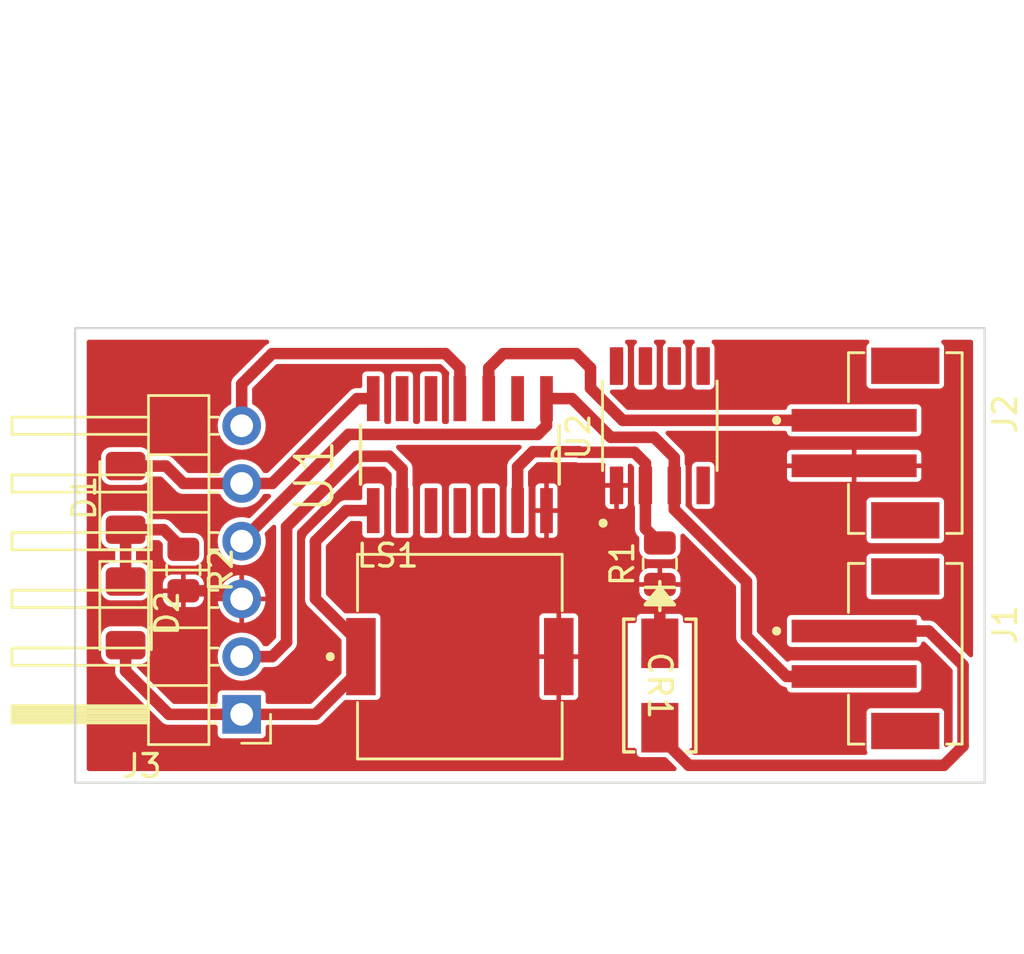
<source format=kicad_pcb>
(kicad_pcb (version 20221018) (generator pcbnew)
  (layers (0 "F.Cu" signal) (31 "B.Cu" signal) (34 "B.Paste" user) (35 "F.Paste" user) (36 "B.SilkS" user "B.Silkscreen") (37 "F.SilkS" user "F.Silkscreen") (38 "B.Mask" user) (39 "F.Mask" user) (44 "Edge.Cuts" user))
  (net 0 "")
  (net 1 "GND")
  (net 2 "/VCC")
  (net 3 "/M1")
  (net 4 "/MISO")
  (net 5 "/SCK")
  (net 6 "/MOSI")
  (net 7 "/RST")
  (net 9 "/LED1")
  (net 10 "/LED2")
  (net 14 "/AMB")
  (net 15 "Net-(CR1-Pad2)")
  (net 16 "Net-(D1-K)")
  (footprint "LED_SMD:LED_1206_3216Metric" (layer "F.Cu") (at 143.2 93.84 90)
    (fp_text reference "D1" (at 0 -1.82 90) (layer "F.SilkS"))
    (fp_text value "LED")
    (fp_line (start -2.285 -1.135) (end -2.285 1.135) (stroke (width 0.12)) (layer "F.SilkS"))
    (fp_line (start -2.285 1.135) (end 1.6 1.135) (stroke (width 0.12)) (layer "F.SilkS"))
    (fp_line (start 1.6 -1.135) (end -2.285 -1.135) (stroke (width 0.12)) (layer "F.SilkS"))
    (pad "1" smd roundrect (at -1.4 0 90) (size 1.25 1.75) (layers "F.Cu" "F.Paste" "F.Mask") (roundrect_rratio 0.2) (net 16 "Net-(D1-K)"))
    (pad "2" smd roundrect (at 1.4 0 90) (size 1.25 1.75) (layers "F.Cu" "F.Paste" "F.Mask") (roundrect_rratio 0.2) (net 6 "/MOSI"))
  )
  (footprint "Library:SOIC127P599X175-8N" (layer "F.Cu") (at 166.695 90.665 90)
    (fp_text reference "U2" (at -0.48 -3.582 90) (layer "F.SilkS"))
    (fp_text value "MLX75305KXD-AAA-000-RE")
    (fp_line (start -1.97 -2.52) (end 1.97 -2.52) (stroke (width 0.127)) (layer "F.SilkS"))
    (fp_line (start -1.97 2.52) (end 1.97 2.52) (stroke (width 0.127)) (layer "F.SilkS"))
    (fp_circle (center -4.285 -2.495) (end -4.185 -2.495) (stroke (width 0.2)) (fill none) (layer "F.SilkS"))
    (pad "1" smd roundrect (at -2.625 -1.905 90) (size 1.66 0.59) (layers "F.Cu" "F.Paste" "F.Mask") (roundrect_rratio 0.07) (net 1 "GND"))
    (pad "2" smd roundrect (at -2.625 -0.635 90) (size 1.66 0.59) (layers "F.Cu" "F.Paste" "F.Mask") (roundrect_rratio 0.07) (net 14 "/AMB"))
    (pad "3" smd roundrect (at -2.625 0.635 90) (size 1.66 0.59) (layers "F.Cu" "F.Paste" "F.Mask") (roundrect_rratio 0.07) (net 2 "/VCC"))
    (pad "4" smd roundrect (at -2.625 1.905 90) (size 1.66 0.59) (layers "F.Cu" "F.Paste" "F.Mask") (roundrect_rratio 0.07))
    (pad "5" smd roundrect (at 2.625 1.905 90) (size 1.66 0.59) (layers "F.Cu" "F.Paste" "F.Mask") (roundrect_rratio 0.07))
    (pad "6" smd roundrect (at 2.625 0.635 90) (size 1.66 0.59) (layers "F.Cu" "F.Paste" "F.Mask") (roundrect_rratio 0.07))
    (pad "7" smd roundrect (at 2.625 -0.635 90) (size 1.66 0.59) (layers "F.Cu" "F.Paste" "F.Mask") (roundrect_rratio 0.07))
    (pad "8" smd roundrect (at 2.625 -1.905 90) (size 1.66 0.59) (layers "F.Cu" "F.Paste" "F.Mask") (roundrect_rratio 0.07))
  )
  (footprint "LED_SMD:LED_1206_3216Metric" (layer "F.Cu") (at 143.2 98.92 -90)
    (fp_text reference "D2" (at 0 -1.82 90) (layer "F.SilkS"))
    (fp_text value "LED")
    (fp_line (start -2.285 -1.135) (end -2.285 1.135) (stroke (width 0.12)) (layer "F.SilkS"))
    (fp_line (start -2.285 1.135) (end 1.6 1.135) (stroke (width 0.12)) (layer "F.SilkS"))
    (fp_line (start 1.6 -1.135) (end -2.285 -1.135) (stroke (width 0.12)) (layer "F.SilkS"))
    (pad "1" smd roundrect (at -1.4 0 270) (size 1.25 1.75) (layers "F.Cu" "F.Paste" "F.Mask") (roundrect_rratio 0.2) (net 16 "Net-(D1-K)"))
    (pad "2" smd roundrect (at 1.4 0 270) (size 1.25 1.75) (layers "F.Cu" "F.Paste" "F.Mask") (roundrect_rratio 0.2) (net 4 "/MISO"))
  )
  (footprint "Connector_PinHeader_2.54mm:PinHeader_1x06_P2.54mm_Horizontal" (layer "F.Cu") (at 148.305 103.365 180)
    (fp_text reference "J3" (at 4.385 -2.27) (layer "F.SilkS"))
    (fp_text value "Conn_01x06_Pin")
    (fp_line (start -1.27 -1.27) (end 0 -1.27) (stroke (width 0.12)) (layer "F.SilkS"))
    (fp_line (start -1.27 0) (end -1.27 -1.27) (stroke (width 0.12)) (layer "F.SilkS"))
    (fp_line (start 1.042929 2.16) (end 1.44 2.16) (stroke (width 0.12)) (layer "F.SilkS"))
    (fp_line (start 1.042929 2.92) (end 1.44 2.92) (stroke (width 0.12)) (layer "F.SilkS"))
    (fp_line (start 1.042929 4.7) (end 1.44 4.7) (stroke (width 0.12)) (layer "F.SilkS"))
    (fp_line (start 1.042929 5.46) (end 1.44 5.46) (stroke (width 0.12)) (layer "F.SilkS"))
    (fp_line (start 1.042929 7.24) (end 1.44 7.24) (stroke (width 0.12)) (layer "F.SilkS"))
    (fp_line (start 1.042929 8) (end 1.44 8) (stroke (width 0.12)) (layer "F.SilkS"))
    (fp_line (start 1.042929 9.78) (end 1.44 9.78) (stroke (width 0.12)) (layer "F.SilkS"))
    (fp_line (start 1.042929 10.54) (end 1.44 10.54) (stroke (width 0.12)) (layer "F.SilkS"))
    (fp_line (start 1.042929 12.32) (end 1.44 12.32) (stroke (width 0.12)) (layer "F.SilkS"))
    (fp_line (start 1.042929 13.08) (end 1.44 13.08) (stroke (width 0.12)) (layer "F.SilkS"))
    (fp_line (start 1.11 -0.38) (end 1.44 -0.38) (stroke (width 0.12)) (layer "F.SilkS"))
    (fp_line (start 1.11 0.38) (end 1.44 0.38) (stroke (width 0.12)) (layer "F.SilkS"))
    (fp_line (start 1.44 -1.33) (end 1.44 14.03) (stroke (width 0.12)) (layer "F.SilkS"))
    (fp_line (start 1.44 1.27) (end 4.1 1.27) (stroke (width 0.12)) (layer "F.SilkS"))
    (fp_line (start 1.44 3.81) (end 4.1 3.81) (stroke (width 0.12)) (layer "F.SilkS"))
    (fp_line (start 1.44 6.35) (end 4.1 6.35) (stroke (width 0.12)) (layer "F.SilkS"))
    (fp_line (start 1.44 8.89) (end 4.1 8.89) (stroke (width 0.12)) (layer "F.SilkS"))
    (fp_line (start 1.44 11.43) (end 4.1 11.43) (stroke (width 0.12)) (layer "F.SilkS"))
    (fp_line (start 1.44 14.03) (end 4.1 14.03) (stroke (width 0.12)) (layer "F.SilkS"))
    (fp_line (start 4.1 -1.33) (end 1.44 -1.33) (stroke (width 0.12)) (layer "F.SilkS"))
    (fp_line (start 4.1 -0.38) (end 10.1 -0.38) (stroke (width 0.12)) (layer "F.SilkS"))
    (fp_line (start 4.1 -0.32) (end 10.1 -0.32) (stroke (width 0.12)) (layer "F.SilkS"))
    (fp_line (start 4.1 -0.2) (end 10.1 -0.2) (stroke (width 0.12)) (layer "F.SilkS"))
    (fp_line (start 4.1 -0.08) (end 10.1 -0.08) (stroke (width 0.12)) (layer "F.SilkS"))
    (fp_line (start 4.1 0.04) (end 10.1 0.04) (stroke (width 0.12)) (layer "F.SilkS"))
    (fp_line (start 4.1 0.16) (end 10.1 0.16) (stroke (width 0.12)) (layer "F.SilkS"))
    (fp_line (start 4.1 0.28) (end 10.1 0.28) (stroke (width 0.12)) (layer "F.SilkS"))
    (fp_line (start 4.1 2.16) (end 10.1 2.16) (stroke (width 0.12)) (layer "F.SilkS"))
    (fp_line (start 4.1 4.7) (end 10.1 4.7) (stroke (width 0.12)) (layer "F.SilkS"))
    (fp_line (start 4.1 7.24) (end 10.1 7.24) (stroke (width 0.12)) (layer "F.SilkS"))
    (fp_line (start 4.1 9.78) (end 10.1 9.78) (stroke (width 0.12)) (layer "F.SilkS"))
    (fp_line (start 4.1 12.32) (end 10.1 12.32) (stroke (width 0.12)) (layer "F.SilkS"))
    (fp_line (start 4.1 14.03) (end 4.1 -1.33) (stroke (width 0.12)) (layer "F.SilkS"))
    (fp_line (start 10.1 -0.38) (end 10.1 0.38) (stroke (width 0.12)) (layer "F.SilkS"))
    (fp_line (start 10.1 0.38) (end 4.1 0.38) (stroke (width 0.12)) (layer "F.SilkS"))
    (fp_line (start 10.1 2.16) (end 10.1 2.92) (stroke (width 0.12)) (layer "F.SilkS"))
    (fp_line (start 10.1 2.92) (end 4.1 2.92) (stroke (width 0.12)) (layer "F.SilkS"))
    (fp_line (start 10.1 4.7) (end 10.1 5.46) (stroke (width 0.12)) (layer "F.SilkS"))
    (fp_line (start 10.1 5.46) (end 4.1 5.46) (stroke (width 0.12)) (layer "F.SilkS"))
    (fp_line (start 10.1 7.24) (end 10.1 8) (stroke (width 0.12)) (layer "F.SilkS"))
    (fp_line (start 10.1 8) (end 4.1 8) (stroke (width 0.12)) (layer "F.SilkS"))
    (fp_line (start 10.1 9.78) (end 10.1 10.54) (stroke (width 0.12)) (layer "F.SilkS"))
    (fp_line (start 10.1 10.54) (end 4.1 10.54) (stroke (width 0.12)) (layer "F.SilkS"))
    (fp_line (start 10.1 12.32) (end 10.1 13.08) (stroke (width 0.12)) (layer "F.SilkS"))
    (fp_line (start 10.1 13.08) (end 4.1 13.08) (stroke (width 0.12)) (layer "F.SilkS"))
    (pad "1" thru_hole rect (at 0 0 180) (size 1.7 1.7) (drill 1) (layers "*.Cu" "*.Mask") (net 4 "/MISO"))
    (pad "2" thru_hole oval (at 0 2.54 180) (size 1.7 1.7) (drill 1) (layers "*.Cu" "*.Mask") (net 5 "/SCK"))
    (pad "3" thru_hole oval (at 0 5.08 180) (size 1.7 1.7) (drill 1) (layers "*.Cu" "*.Mask") (net 1 "GND"))
    (pad "4" thru_hole oval (at 0 7.62 180) (size 1.7 1.7) (drill 1) (layers "*.Cu" "*.Mask") (net 2 "/VCC"))
    (pad "5" thru_hole oval (at 0 10.16 180) (size 1.7 1.7) (drill 1) (layers "*.Cu" "*.Mask") (net 6 "/MOSI"))
    (pad "6" thru_hole oval (at 0 12.7 180) (size 1.7 1.7) (drill 1) (layers "*.Cu" "*.Mask") (net 7 "/RST"))
  )
  (footprint "Library:JST_B2B-PH-SM4-TB" (layer "F.Cu") (at 177.49 100.698 -90)
    (fp_text reference "J1" (at -1.275 -4.385 90) (layer "F.SilkS"))
    (fp_text value "B2B-PH-SM4-TB")
    (fp_line (start -3.975 -2.5) (end 3.975 -2.5) (stroke (width 0.127)) (layer "F.SilkS"))
    (fp_line (start -3.975 -1.82) (end -3.975 -2.5) (stroke (width 0.127)) (layer "F.SilkS"))
    (fp_line (start -3.975 2.5) (end -3.975 1.82) (stroke (width 0.127)) (layer "F.SilkS"))
    (fp_line (start -1.82 2.5) (end -3.975 2.5) (stroke (width 0.127)) (layer "F.SilkS"))
    (fp_line (start 3.975 -2.5) (end 3.975 -1.82) (stroke (width 0.127)) (layer "F.SilkS"))
    (fp_line (start 3.975 2.5) (end 1.82 2.5) (stroke (width 0.127)) (layer "F.SilkS"))
    (fp_line (start 3.975 2.5) (end 3.975 1.82) (stroke (width 0.127)) (layer "F.SilkS"))
    (fp_circle (center -1 5.66) (end -0.9 5.66) (stroke (width 0.2)) (fill none) (layer "F.SilkS"))
    (pad "1" smd rect (at -1 2.25 270) (size 1 5.5) (layers "F.Cu" "F.Paste" "F.Mask") (net 15 "Net-(CR1-Pad2)"))
    (pad "2" smd rect (at 1 2.25 270) (size 1 5.5) (layers "F.Cu" "F.Paste" "F.Mask") (net 2 "/VCC"))
    (pad "S1" smd rect (at -3.4 0 270) (size 1.6 3) (layers "F.Cu" "F.Paste" "F.Mask"))
    (pad "S2" smd rect (at 3.4 0 270) (size 1.6 3) (layers "F.Cu" "F.Paste" "F.Mask"))
  )
  (footprint "Library:SOIC127P600X175-14N" (layer "F.Cu") (at 157.9 91.935 -90)
    (fp_text reference "U1" (at 0.941555 6.387375 90) (layer "F.SilkS") (effects (font (size 1.643079 1.643079))))
    (fp_text value "ATTINY84A-SSUR")
    (fp_line (start -1.2954 4.3688) (end 1.2954 4.3688) (stroke (width 0.1524)) (layer "F.SilkS"))
    (fp_line (start -0.3048 -4.3688) (end -1.2954 -4.3688) (stroke (width 0.1524)) (layer "F.SilkS"))
    (fp_line (start 0.3048 -4.3688) (end -0.3048 -4.3688) (stroke (width 0.1524)) (layer "F.SilkS"))
    (fp_line (start 1.2954 -4.3688) (end 0.3048 -4.3688) (stroke (width 0.1524)) (layer "F.SilkS"))
    (fp_arc (start 0.3048 -4.3688) (mid 0 -4.064) (end -0.3048 -4.3688) (stroke (width 0.1524)) (layer "F.SilkS"))
    (pad "1" smd rect (at -2.4638 -3.81 270) (size 1.9812 0.5588) (layers "F.Cu" "F.Paste" "F.Mask") (net 2 "/VCC"))
    (pad "2" smd rect (at -2.4638 -2.54 270) (size 1.9812 0.5588) (layers "F.Cu" "F.Paste" "F.Mask"))
    (pad "3" smd rect (at -2.4638 -1.27 270) (size 1.9812 0.5588) (layers "F.Cu" "F.Paste" "F.Mask") (net 3 "/M1"))
    (pad "4" smd rect (at -2.4638 0 270) (size 1.9812 0.5588) (layers "F.Cu" "F.Paste" "F.Mask") (net 7 "/RST"))
    (pad "5" smd rect (at -2.4638 1.27 270) (size 1.9812 0.5588) (layers "F.Cu" "F.Paste" "F.Mask") (net 9 "/LED1"))
    (pad "6" smd rect (at -2.4638 2.54 270) (size 1.9812 0.5588) (layers "F.Cu" "F.Paste" "F.Mask") (net 10 "/LED2"))
    (pad "7" smd rect (at -2.4638 3.81 270) (size 1.9812 0.5588) (layers "F.Cu" "F.Paste" "F.Mask") (net 6 "/MOSI"))
    (pad "8" smd rect (at 2.4638 3.81 270) (size 1.9812 0.5588) (layers "F.Cu" "F.Paste" "F.Mask") (net 4 "/MISO"))
    (pad "9" smd rect (at 2.4638 2.54 270) (size 1.9812 0.5588) (layers "F.Cu" "F.Paste" "F.Mask") (net 5 "/SCK"))
    (pad "10" smd rect (at 2.4638 1.27 270) (size 1.9812 0.5588) (layers "F.Cu" "F.Paste" "F.Mask"))
    (pad "11" smd rect (at 2.4638 0 270) (size 1.9812 0.5588) (layers "F.Cu" "F.Paste" "F.Mask"))
    (pad "12" smd rect (at 2.4638 -1.27 270) (size 1.9812 0.5588) (layers "F.Cu" "F.Paste" "F.Mask"))
    (pad "13" smd rect (at 2.4638 -2.54 270) (size 1.9812 0.5588) (layers "F.Cu" "F.Paste" "F.Mask") (net 14 "/AMB"))
    (pad "14" smd rect (at 2.4638 -3.81 270) (size 1.9812 0.5588) (layers "F.Cu" "F.Paste" "F.Mask") (net 1 "GND"))
  )
  (footprint "Resistor_SMD:R_0805_2012Metric" (layer "F.Cu") (at 145.74 97.015 -90)
    (fp_text reference "R2" (at 0 -1.65 90) (layer "F.SilkS"))
    (fp_text value "R")
    (fp_line (start -0.227064 -0.735) (end 0.227064 -0.735) (stroke (width 0.12)) (layer "F.SilkS"))
    (fp_line (start -0.227064 0.735) (end 0.227064 0.735) (stroke (width 0.12)) (layer "F.SilkS"))
    (pad "1" smd roundrect (at -0.9125 0 270) (size 1.025 1.4) (layers "F.Cu" "F.Paste" "F.Mask") (roundrect_rratio 0.243902) (net 16 "Net-(D1-K)"))
    (pad "2" smd roundrect (at 0.9125 0 270) (size 1.025 1.4) (layers "F.Cu" "F.Paste" "F.Mask") (roundrect_rratio 0.243902) (net 1 "GND"))
  )
  (footprint "Library:SPKR_PKMCS0909E4000-R1" (layer "F.Cu") (at 157.9 100.825)
    (fp_text reference "LS1" (at -3.175 -4.445) (layer "F.SilkS"))
    (fp_text value "PKMCS0909E4000-R1")
    (fp_line (start -4.5 -4.5) (end 4.5 -4.5) (stroke (width 0.127)) (layer "F.SilkS"))
    (fp_line (start -4.5 -2.02) (end -4.5 -4.5) (stroke (width 0.127)) (layer "F.SilkS"))
    (fp_line (start -4.5 4.5) (end -4.5 2.02) (stroke (width 0.127)) (layer "F.SilkS"))
    (fp_line (start 4.5 -4.5) (end 4.5 -2.02) (stroke (width 0.127)) (layer "F.SilkS"))
    (fp_line (start 4.5 2.02) (end 4.5 4.5) (stroke (width 0.127)) (layer "F.SilkS"))
    (fp_line (start 4.5 4.5) (end -4.5 4.5) (stroke (width 0.127)) (layer "F.SilkS"))
    (fp_circle (center -5.7 0) (end -5.6 0) (stroke (width 0.2)) (fill none) (layer "F.SilkS"))
    (pad "1" smd rect (at -4.35 0) (size 1.3 3.4) (layers "F.Cu" "F.Paste" "F.Mask") (net 4 "/MISO"))
    (pad "2" smd rect (at 4.35 0) (size 1.3 3.4) (layers "F.Cu" "F.Paste" "F.Mask") (net 1 "GND"))
  )
  (footprint "Library:SMA_DIO" (layer "F.Cu") (at 166.695 102.095 -90)
    (fp_text reference "CR1" (at 0 0 -90 unlocked) (layer "F.SilkS"))
    (fp_text value "S1A-13-F")
    (fp_line (start -4.319001 -0.635) (end -4.319001 0.635) (stroke (width 0.1524)) (layer "F.SilkS"))
    (fp_line (start -4.319001 0) (end -3.557001 -0.635) (stroke (width 0.1524)) (layer "F.SilkS"))
    (fp_line (start -4.319001 0) (end -3.557001 -0.508) (stroke (width 0.1524)) (layer "F.SilkS"))
    (fp_line (start -4.319001 0) (end -3.557001 -0.381) (stroke (width 0.1524)) (layer "F.SilkS"))
    (fp_line (start -4.319001 0) (end -3.557001 -0.254) (stroke (width 0.1524)) (layer "F.SilkS"))
    (fp_line (start -4.319001 0) (end -3.557001 -0.127) (stroke (width 0.1524)) (layer "F.SilkS"))
    (fp_line (start -4.319001 0) (end -3.557001 0.127) (stroke (width 0.1524)) (layer "F.SilkS"))
    (fp_line (start -4.319001 0) (end -3.557001 0.254) (stroke (width 0.1524)) (layer "F.SilkS"))
    (fp_line (start -4.319001 0) (end -3.557001 0.381) (stroke (width 0.1524)) (layer "F.SilkS"))
    (fp_line (start -4.319001 0) (end -3.557001 0.508) (stroke (width 0.1524)) (layer "F.SilkS"))
    (fp_line (start -4.319001 0) (end -3.557001 0.635) (stroke (width 0.1524)) (layer "F.SilkS"))
    (fp_line (start -3.557001 -0.635) (end -3.557001 0.635) (stroke (width 0.1524)) (layer "F.SilkS"))
    (fp_line (start -3.303001 0) (end -4.573001 0) (stroke (width 0.1524)) (layer "F.SilkS"))
    (fp_line (start -2.922001 -1.587) (end -2.922001 -1.14774) (stroke (width 0.1524)) (layer "F.SilkS"))
    (fp_line (start -2.922001 1.14774) (end -2.922001 1.587) (stroke (width 0.1524)) (layer "F.SilkS"))
    (fp_line (start -2.922001 1.587) (end 2.922001 1.587) (stroke (width 0.1524)) (layer "F.SilkS"))
    (fp_line (start 2.922001 -1.587) (end -2.922001 -1.587) (stroke (width 0.1524)) (layer "F.SilkS"))
    (fp_line (start 2.922001 -1.14774) (end 2.922001 -1.587) (stroke (width 0.1524)) (layer "F.SilkS"))
    (fp_line (start 2.922001 1.587) (end 2.922001 1.14774) (stroke (width 0.1524)) (layer "F.SilkS"))
    (pad "1" smd rect (at -1.8572 0) (size 1.63 2.1804) (layers "F.Cu" "F.Paste" "F.Mask") (net 1 "GND"))
    (pad "2" smd rect (at 1.8572 0) (size 1.63 2.1804) (layers "F.Cu" "F.Paste" "F.Mask") (net 15 "Net-(CR1-Pad2)"))
    (zone (net 0) (net_name "") (layer "F.Cu") (connect_pads (clearance 0)) (min_thickness 0.254)
      (keepout (tracks not_allowed) (vias not_allowed) (pads allowed) (copperpour not_allowed) (footprints allowed))
      (fill (thermal_gap 0.508) (thermal_bridge_width 0.508))
      (polygon (pts (xy 165.8292 99.3508) (xy 165.8292 104.8392) (xy 165.285801 104.8392) (xy 165.285801 99.3508)))
    )
    (zone (net 0) (net_name "") (layer "F.Cu") (connect_pads (clearance 0)) (min_thickness 0.254)
      (keepout (tracks not_allowed) (vias not_allowed) (pads allowed) (copperpour not_allowed) (footprints allowed))
      (fill (thermal_gap 0.508) (thermal_bridge_width 0.508))
      (polygon (pts (xy 167.5608 101.3788) (xy 167.5608 102.8112) (xy 165.8292 102.8112) (xy 165.8292 101.3788)))
    )
    (zone (net 0) (net_name "") (layer "F.Cu") (connect_pads (clearance 0)) (min_thickness 0.254)
      (keepout (tracks not_allowed) (vias not_allowed) (pads allowed) (copperpour not_allowed) (footprints allowed))
      (fill (thermal_gap 0.508) (thermal_bridge_width 0.508))
      (polygon (pts (xy 168.104199 99.3508) (xy 168.104199 104.8392) (xy 167.5608 104.8392) (xy 167.5608 99.3508)))
    )
  )
  (footprint "Library:JST_B2B-PH-SM4-TB" (layer "F.Cu") (at 177.49 91.427 -90)
    (fp_text reference "J2" (at -1.275 -4.385 90) (layer "F.SilkS"))
    (fp_text value "B2B-PH-SM4-TB")
    (fp_line (start -3.975 -2.5) (end 3.975 -2.5) (stroke (width 0.127)) (layer "F.SilkS"))
    (fp_line (start -3.975 -1.82) (end -3.975 -2.5) (stroke (width 0.127)) (layer "F.SilkS"))
    (fp_line (start -3.975 2.5) (end -3.975 1.82) (stroke (width 0.127)) (layer "F.SilkS"))
    (fp_line (start -1.82 2.5) (end -3.975 2.5) (stroke (width 0.127)) (layer "F.SilkS"))
    (fp_line (start 3.975 -2.5) (end 3.975 -1.82) (stroke (width 0.127)) (layer "F.SilkS"))
    (fp_line (start 3.975 2.5) (end 1.82 2.5) (stroke (width 0.127)) (layer "F.SilkS"))
    (fp_line (start 3.975 2.5) (end 3.975 1.82) (stroke (width 0.127)) (layer "F.SilkS"))
    (fp_circle (center -1 5.66) (end -0.9 5.66) (stroke (width 0.2)) (fill none) (layer "F.SilkS"))
    (pad "1" smd rect (at -1 2.25 270) (size 1 5.5) (layers "F.Cu" "F.Paste" "F.Mask") (net 3 "/M1"))
    (pad "2" smd rect (at 1 2.25 270) (size 1 5.5) (layers "F.Cu" "F.Paste" "F.Mask") (net 1 "GND"))
    (pad "S1" smd rect (at -3.4 0 270) (size 1.6 3) (layers "F.Cu" "F.Paste" "F.Mask"))
    (pad "S2" smd rect (at 3.4 0 270) (size 1.6 3) (layers "F.Cu" "F.Paste" "F.Mask"))
  )
  (footprint "Resistor_SMD:R_0805_2012Metric" (layer "F.Cu") (at 166.695 96.7375 90)
    (fp_text reference "R1" (at 0 -1.65 90) (layer "F.SilkS"))
    (fp_text value "R")
    (fp_line (start -0.227064 -0.735) (end 0.227064 -0.735) (stroke (width 0.12)) (layer "F.SilkS"))
    (fp_line (start -0.227064 0.735) (end 0.227064 0.735) (stroke (width 0.12)) (layer "F.SilkS"))
    (pad "1" smd roundrect (at -0.9125 0 90) (size 1.025 1.4) (layers "F.Cu" "F.Paste" "F.Mask") (roundrect_rratio 0.243902) (net 1 "GND"))
    (pad "2" smd roundrect (at 0.9125 0 90) (size 1.025 1.4) (layers "F.Cu" "F.Paste" "F.Mask") (roundrect_rratio 0.243902) (net 14 "/AMB"))
  )
  (gr_rect (start 140.98 86.37) (end 180.98 106.37) (stroke (width 0.1)) (fill none) (layer "Edge.Cuts"))
  (segment (start 145.74 97.9275) (end 147.9475 97.9275) (width 0.508) (layer "F.Cu") (net 1))
  (segment (start 166.695 97.65) (end 166.695 100.2378) (width 0.508) (layer "F.Cu") (net 1))
  (segment (start 147.9475 97.9275) (end 148.305 98.285) (width 0.508) (layer "F.Cu") (net 1))
  (segment (start 167.33 93.29) (end 167.33 94.348) (width 0.508) (layer "F.Cu") (net 2))
  (segment (start 161.329 91.046) (end 161.71 90.665) (width 0.508) (layer "F.Cu") (net 2))
  (segment (start 162.8342 89.4712) (end 164.536 91.173) (width 0.508) (layer "F.Cu") (net 2))
  (segment (start 167.33 92.062) (end 167.33 93.29) (width 0.508) (layer "F.Cu") (net 2))
  (segment (start 164.536 91.173) (end 166.441 91.173) (width 0.508) (layer "F.Cu") (net 2))
  (segment (start 166.441 91.173) (end 167.33 92.062) (width 0.508) (layer "F.Cu") (net 2))
  (segment (start 161.71 89.4712) (end 162.8342 89.4712) (width 0.508) (layer "F.Cu") (net 2))
  (segment (start 161.71 90.665) (end 161.71 89.4712) (width 0.508) (layer "F.Cu") (net 2))
  (segment (start 170.505 99.936) (end 172.267 101.698) (width 0.508) (layer "F.Cu") (net 2))
  (segment (start 153.004 91.046) (end 161.329 91.046) (width 0.508) (layer "F.Cu") (net 2))
  (segment (start 148.305 95.745) (end 153.004 91.046) (width 0.508) (layer "F.Cu") (net 2))
  (segment (start 170.505 97.523) (end 170.505 99.936) (width 0.508) (layer "F.Cu") (net 2))
  (segment (start 167.33 94.348) (end 170.505 97.523) (width 0.508) (layer "F.Cu") (net 2))
  (segment (start 172.267 101.698) (end 175.24 101.698) (width 0.508) (layer "F.Cu") (net 2))
  (segment (start 165.06 90.427) (end 175.24 90.427) (width 0.508) (layer "F.Cu") (net 3))
  (segment (start 163.647 88.125) (end 163.647 89.014) (width 0.508) (layer "F.Cu") (net 3))
  (segment (start 159.17 89.4712) (end 159.17 88.125) (width 0.508) (layer "F.Cu") (net 3))
  (segment (start 163.012 87.49) (end 163.647 88.125) (width 0.508) (layer "F.Cu") (net 3))
  (segment (start 159.805 87.49) (end 163.012 87.49) (width 0.508) (layer "F.Cu") (net 3))
  (segment (start 163.647 89.014) (end 165.06 90.427) (width 0.508) (layer "F.Cu") (net 3))
  (segment (start 159.17 88.125) (end 159.805 87.49) (width 0.508) (layer "F.Cu") (net 3))
  (segment (start 151.55 103.365) (end 153.55 101.365) (width 0.508) (layer "F.Cu") (net 4))
  (segment (start 153.55 100.285) (end 151.55 98.285) (width 0.508) (layer "F.Cu") (net 4))
  (segment (start 148.305 103.365) (end 151.55 103.365) (width 0.508) (layer "F.Cu") (net 4))
  (segment (start 153.55 100.825) (end 153.55 100.285) (width 0.508) (layer "F.Cu") (net 4))
  (segment (start 143.2 100.32) (end 143.2 101.46) (width 0.508) (layer "F.Cu") (net 4))
  (segment (start 145.105 103.365) (end 148.305 103.365) (width 0.508) (layer "F.Cu") (net 4))
  (segment (start 152.8962 94.3988) (end 154.09 94.3988) (width 0.508) (layer "F.Cu") (net 4))
  (segment (start 151.55 98.285) (end 151.55 95.745) (width 0.508) (layer "F.Cu") (net 4))
  (segment (start 153.55 101.365) (end 153.55 100.825) (width 0.508) (layer "F.Cu") (net 4))
  (segment (start 143.2 101.46) (end 145.105 103.365) (width 0.508) (layer "F.Cu") (net 4))
  (segment (start 151.55 95.745) (end 152.8962 94.3988) (width 0.508) (layer "F.Cu") (net 4))
  (segment (start 149.645 100.825) (end 150.28 100.19) (width 0.508) (layer "F.Cu") (net 5))
  (segment (start 150.28 100.19) (end 150.28 95.11) (width 0.508) (layer "F.Cu") (net 5))
  (segment (start 155.36 92.57) (end 155.36 94.3988) (width 0.508) (layer "F.Cu") (net 5))
  (segment (start 150.28 95.11) (end 153.382 92.008) (width 0.508) (layer "F.Cu") (net 5))
  (segment (start 153.382 92.008) (end 154.798 92.008) (width 0.508) (layer "F.Cu") (net 5))
  (segment (start 154.798 92.008) (end 155.36 92.57) (width 0.508) (layer "F.Cu") (net 5))
  (segment (start 148.305 100.825) (end 149.645 100.825) (width 0.508) (layer "F.Cu") (net 5))
  (segment (start 144.975 92.44) (end 145.74 93.205) (width 0.508) (layer "F.Cu") (net 6))
  (segment (start 145.74 93.205) (end 148.305 93.205) (width 0.508) (layer "F.Cu") (net 6))
  (segment (start 149.645 93.205) (end 153.3788 89.4712) (width 0.508) (layer "F.Cu") (net 6))
  (segment (start 148.305 93.205) (end 149.645 93.205) (width 0.508) (layer "F.Cu") (net 6))
  (segment (start 143.2 92.44) (end 144.975 92.44) (width 0.508) (layer "F.Cu") (net 6))
  (segment (start 153.3788 89.4712) (end 154.09 89.4712) (width 0.508) (layer "F.Cu") (net 6))
  (segment (start 149.645 87.49) (end 157.265 87.49) (width 0.508) (layer "F.Cu") (net 7))
  (segment (start 148.305 90.665) (end 148.305 88.83) (width 0.508) (layer "F.Cu") (net 7))
  (segment (start 148.305 88.83) (end 149.645 87.49) (width 0.508) (layer "F.Cu") (net 7))
  (segment (start 157.265 87.49) (end 157.9 88.125) (width 0.508) (layer "F.Cu") (net 7))
  (segment (start 157.9 88.125) (end 157.9 89.4712) (width 0.508) (layer "F.Cu") (net 7))
  (segment (start 166.06 95.19) (end 166.695 95.825) (width 0.508) (layer "F.Cu") (net 14))
  (segment (start 163.139 91.808) (end 163.1644 91.8334) (width 0.508) (layer "F.Cu") (net 14))
  (segment (start 166.06 93.29) (end 166.06 95.19) (width 0.508) (layer "F.Cu") (net 14))
  (segment (start 160.44 92.475) (end 161.107 91.808) (width 0.508) (layer "F.Cu") (net 14))
  (segment (start 160.44 94.3988) (end 160.44 92.475) (width 0.508) (layer "F.Cu") (net 14))
  (segment (start 166.06 92.316) (end 166.06 93.29) (width 0.508) (layer "F.Cu") (net 14))
  (segment (start 161.107 91.808) (end 163.139 91.808) (width 0.508) (layer "F.Cu") (net 14))
  (segment (start 163.1644 91.8334) (end 165.5774 91.8334) (width 0.508) (layer "F.Cu") (net 14))
  (segment (start 165.5774 91.8334) (end 166.06 92.316) (width 0.508) (layer "F.Cu") (net 14))
  (segment (start 180.03 104.762) (end 180.03 101.206) (width 0.508) (layer "F.Cu") (net 15))
  (segment (start 166.695 103.9522) (end 166.695 104.33261) (width 0.508) (layer "F.Cu") (net 15))
  (segment (start 180.03 101.206) (end 178.522 99.698) (width 0.508) (layer "F.Cu") (net 15))
  (segment (start 166.695 104.33261) (end 167.97039 105.608) (width 0.508) (layer "F.Cu") (net 15))
  (segment (start 178.522 99.698) (end 175.24 99.698) (width 0.508) (layer "F.Cu") (net 15))
  (segment (start 179.184 105.608) (end 180.03 104.762) (width 0.508) (layer "F.Cu") (net 15))
  (segment (start 167.97039 105.608) (end 179.184 105.608) (width 0.508) (layer "F.Cu") (net 15))
  (segment (start 144.8775 95.24) (end 145.74 96.1025) (width 0.508) (layer "F.Cu") (net 16))
  (segment (start 143.2 95.24) (end 143.2 97.52) (width 0.508) (layer "F.Cu") (net 16))
  (segment (start 143.2 95.24) (end 144.8775 95.24) (width 0.508) (layer "F.Cu") (net 16))
  (zone (net 1) (net_name "GND") (layer "F.Cu") (connect_pads (clearance 0.2032)) (min_thickness 0.2032) (fill yes (thermal_gap 0.2032) (thermal_bridge_width 0.2032))
    (polygon (pts (xy 140.66 86.22) (xy 181.3 86.22) (xy 181.3 106.54) (xy 140.66 106.54)))
  )
)
</source>
